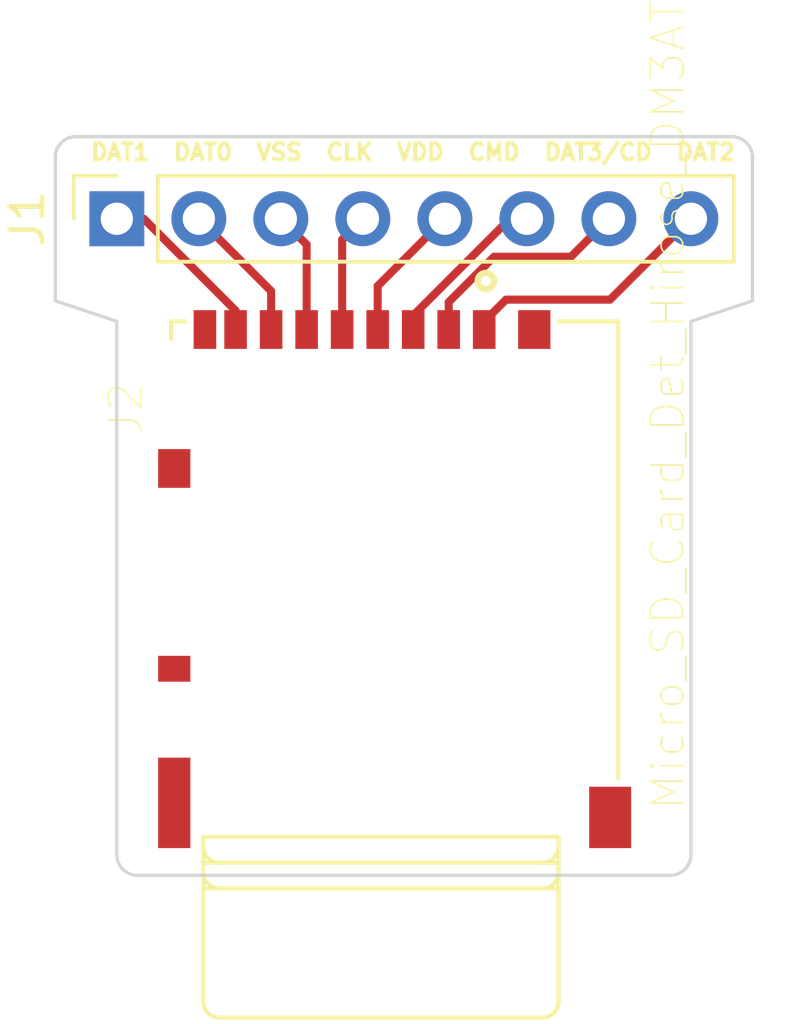
<source format=kicad_pcb>
(kicad_pcb (version 20171130) (host pcbnew 5.0.0-rc2-dev-unknown-9f5316e~63~ubuntu17.10.1)

  (general
    (thickness 1.6)
    (drawings 20)
    (tracks 22)
    (zones 0)
    (modules 2)
    (nets 9)
  )

  (page A4)
  (layers
    (0 F.Cu signal)
    (31 B.Cu signal)
    (32 B.Adhes user)
    (33 F.Adhes user)
    (34 B.Paste user)
    (35 F.Paste user)
    (36 B.SilkS user)
    (37 F.SilkS user)
    (38 B.Mask user)
    (39 F.Mask user)
    (40 Dwgs.User user)
    (41 Cmts.User user)
    (42 Eco1.User user)
    (43 Eco2.User user)
    (44 Edge.Cuts user)
    (45 Margin user)
    (46 B.CrtYd user)
    (47 F.CrtYd user)
    (48 B.Fab user)
    (49 F.Fab user)
  )

  (setup
    (last_trace_width 0.25)
    (trace_clearance 0.2)
    (zone_clearance 0.508)
    (zone_45_only no)
    (trace_min 0.2)
    (segment_width 0.2)
    (edge_width 0.1)
    (via_size 0.8)
    (via_drill 0.4)
    (via_min_size 0.4)
    (via_min_drill 0.3)
    (uvia_size 0.3)
    (uvia_drill 0.1)
    (uvias_allowed no)
    (uvia_min_size 0.2)
    (uvia_min_drill 0.1)
    (pcb_text_width 0.3)
    (pcb_text_size 1.5 1.5)
    (mod_edge_width 0.15)
    (mod_text_size 1 1)
    (mod_text_width 0.15)
    (pad_size 1.5 1.5)
    (pad_drill 0.6)
    (pad_to_mask_clearance 0)
    (aux_axis_origin 0 0)
    (visible_elements FFFFFF7F)
    (pcbplotparams
      (layerselection 0x010fc_ffffffff)
      (usegerberextensions false)
      (usegerberattributes false)
      (usegerberadvancedattributes false)
      (creategerberjobfile false)
      (excludeedgelayer true)
      (linewidth 0.100000)
      (plotframeref false)
      (viasonmask false)
      (mode 1)
      (useauxorigin false)
      (hpglpennumber 1)
      (hpglpenspeed 20)
      (hpglpendiameter 15)
      (psnegative false)
      (psa4output false)
      (plotreference true)
      (plotvalue true)
      (plotinvisibletext false)
      (padsonsilk false)
      (subtractmaskfromsilk false)
      (outputformat 1)
      (mirror false)
      (drillshape 1)
      (scaleselection 1)
      (outputdirectory ""))
  )

  (net 0 "")
  (net 1 "Net-(J1-Pad1)")
  (net 2 "Net-(J1-Pad2)")
  (net 3 "Net-(J1-Pad3)")
  (net 4 "Net-(J1-Pad4)")
  (net 5 "Net-(J1-Pad5)")
  (net 6 "Net-(J1-Pad6)")
  (net 7 "Net-(J1-Pad7)")
  (net 8 "Net-(J1-Pad8)")

  (net_class Default "This is the default net class."
    (clearance 0.2)
    (trace_width 0.25)
    (via_dia 0.8)
    (via_drill 0.4)
    (uvia_dia 0.3)
    (uvia_drill 0.1)
    (add_net "Net-(J1-Pad1)")
    (add_net "Net-(J1-Pad2)")
    (add_net "Net-(J1-Pad3)")
    (add_net "Net-(J1-Pad4)")
    (add_net "Net-(J1-Pad5)")
    (add_net "Net-(J1-Pad6)")
    (add_net "Net-(J1-Pad7)")
    (add_net "Net-(J1-Pad8)")
  )

  (module part:HRS_DM3AT-SF-PEJM5 (layer F.Cu) (tedit 0) (tstamp 5ADE6DFC)
    (at 122.4788 68.834)
    (descr "Micro SD card holder with push-to-eject feature.")
    (path /5ACC7FBB)
    (attr smd)
    (fp_text reference J2 (at -7.90154 2.46515 90) (layer F.SilkS)
      (effects (font (size 1.0021 1.0021) (thickness 0.05)))
    )
    (fp_text value Micro_SD_Card_Det_Hirose_DM3AT (at 8.88715 2.3308 90) (layer F.SilkS)
      (effects (font (size 1.0025 1.0025) (thickness 0.05)))
    )
    (fp_poly (pts (xy -6.81437 0.45) (xy -6.05 0.45) (xy -6.05 3.70782) (xy -6.81437 3.70782)) (layer Dwgs.User) (width 0.381))
    (fp_poly (pts (xy -6.81067 4.9) (xy -6.05 4.9) (xy -6.05 8.51334) (xy -6.81067 8.51334)) (layer Dwgs.User) (width 0.381))
    (fp_poly (pts (xy -5.71083 6.3) (xy -5 6.3) (xy -5 13.9265) (xy -5.71083 13.9265)) (layer Dwgs.User) (width 0.381))
    (fp_poly (pts (xy -5.00974 5) (xy 3.7 5) (xy 3.7 6.61285) (xy -5.00974 6.61285)) (layer Dwgs.User) (width 0.381))
    (fp_poly (pts (xy 3.35392 14.7) (xy 5.9 14.7) (xy 5.9 16.0688) (xy 3.35392 16.0688)) (layer Dwgs.User) (width 0.381))
    (fp_line (start -6.5 -0.25) (end 7.35 -0.25) (layer Dwgs.User) (width 0.127))
    (fp_line (start 7.35 -0.25) (end 7.35 15.7) (layer Dwgs.User) (width 0.127))
    (fp_line (start 7.35 15.7) (end -6.5 15.7) (layer Dwgs.User) (width 0.127))
    (fp_line (start -6.5 15.7) (end -6.5 -0.25) (layer Dwgs.User) (width 0.127))
    (fp_line (start 5.5 16) (end 5.5 16.5) (layer F.SilkS) (width 0.127))
    (fp_line (start 5.5 16.5) (end 5 16.5) (layer F.SilkS) (width 0.127))
    (fp_line (start 5 16.5) (end -5 16.5) (layer F.SilkS) (width 0.127))
    (fp_line (start -5 16.5) (end -5.5 16.5) (layer F.SilkS) (width 0.127))
    (fp_line (start -5.5 16.5) (end -5.5 16) (layer F.SilkS) (width 0.127))
    (fp_line (start 5.5 16.8) (end 5.5 17.3) (layer F.SilkS) (width 0.127))
    (fp_line (start 5.5 17.3) (end 5 17.3) (layer F.SilkS) (width 0.127))
    (fp_line (start 5 17.3) (end -5 17.3) (layer F.SilkS) (width 0.127))
    (fp_line (start -5 17.3) (end -5.5 17.3) (layer F.SilkS) (width 0.127))
    (fp_line (start -5.5 17.3) (end -5.5 16.8) (layer F.SilkS) (width 0.127))
    (fp_line (start -5.5 15.7) (end 5.5 15.7) (layer F.SilkS) (width 0.127))
    (fp_line (start 5 21.3) (end -5 21.3) (layer F.SilkS) (width 0.127))
    (fp_line (start 5.5 15.7) (end 5.5 16) (layer F.SilkS) (width 0.127))
    (fp_arc (start 5 16) (end 5 16.5) (angle -90) (layer F.SilkS) (width 0.127))
    (fp_line (start 5.5 16.5) (end 5.5 16.8) (layer F.SilkS) (width 0.127))
    (fp_arc (start 5 16.8) (end 5 17.3) (angle -90) (layer F.SilkS) (width 0.127))
    (fp_line (start 5.5 17.3) (end 5.5 20.8) (layer F.SilkS) (width 0.127))
    (fp_arc (start 5 20.8) (end 5 21.3) (angle -90) (layer F.SilkS) (width 0.127))
    (fp_line (start -5.5 15.7) (end -5.5 16) (layer F.SilkS) (width 0.127))
    (fp_arc (start -5 16) (end -5 16.5) (angle 90) (layer F.SilkS) (width 0.127))
    (fp_line (start -5.5 16.5) (end -5.5 16.8) (layer F.SilkS) (width 0.127))
    (fp_arc (start -5 16.8) (end -5 17.3) (angle 90) (layer F.SilkS) (width 0.127))
    (fp_line (start -5.5 17.3) (end -5.5 20.8) (layer F.SilkS) (width 0.127))
    (fp_arc (start -5 20.8) (end -5 21.3) (angle 90) (layer F.SilkS) (width 0.127))
    (fp_line (start -6.05 -0.25) (end -6.5 -0.25) (layer F.SilkS) (width 0.127))
    (fp_line (start -6.5 -0.25) (end -6.5 0.3) (layer F.SilkS) (width 0.127))
    (fp_line (start 5.5 -0.25) (end 7.35 -0.25) (layer F.SilkS) (width 0.127))
    (fp_line (start 7.35 -0.25) (end 7.35 13.9) (layer F.SilkS) (width 0.127))
    (fp_line (start -7.25 -1) (end 8.125 -1) (layer Dwgs.User) (width 0.05))
    (fp_line (start 8.125 -1) (end 8.125 16.3) (layer Dwgs.User) (width 0.05))
    (fp_line (start 8.125 16.3) (end 5.75 16.3) (layer Dwgs.User) (width 0.05))
    (fp_line (start 5.75 16.3) (end 5.75 21.5) (layer Dwgs.User) (width 0.05))
    (fp_line (start 5.75 21.5) (end -5.75 21.5) (layer Dwgs.User) (width 0.05))
    (fp_line (start -5.75 21.5) (end -5.75 16.3) (layer Dwgs.User) (width 0.05))
    (fp_line (start -5.75 16.3) (end -7.25 16.3) (layer Dwgs.User) (width 0.05))
    (fp_line (start -7.25 16.3) (end -7.25 -1) (layer Dwgs.User) (width 0.05))
    (fp_circle (center 3.25 -1.5) (end 3.5 -1.5) (layer F.SilkS) (width 0.2))
    (pad 1 smd rect (at 3.2 0) (size 0.7 1.2) (layers F.Cu F.Paste F.Mask)
      (net 8 "Net-(J1-Pad8)"))
    (pad 2 smd rect (at 2.1 0) (size 0.7 1.2) (layers F.Cu F.Paste F.Mask)
      (net 7 "Net-(J1-Pad7)"))
    (pad 3 smd rect (at 1 0) (size 0.7 1.2) (layers F.Cu F.Paste F.Mask)
      (net 6 "Net-(J1-Pad6)"))
    (pad 4 smd rect (at -0.1 0) (size 0.7 1.2) (layers F.Cu F.Paste F.Mask)
      (net 5 "Net-(J1-Pad5)"))
    (pad 5 smd rect (at -1.2 0) (size 0.7 1.2) (layers F.Cu F.Paste F.Mask)
      (net 4 "Net-(J1-Pad4)"))
    (pad 6 smd rect (at -2.3 0) (size 0.7 1.2) (layers F.Cu F.Paste F.Mask)
      (net 3 "Net-(J1-Pad3)"))
    (pad 7 smd rect (at -3.4 0) (size 0.7 1.2) (layers F.Cu F.Paste F.Mask)
      (net 2 "Net-(J1-Pad2)"))
    (pad 8 smd rect (at -4.5 0) (size 0.7 1.2) (layers F.Cu F.Paste F.Mask)
      (net 1 "Net-(J1-Pad1)"))
    (pad SWB smd rect (at -5.45 0) (size 0.7 1.2) (layers F.Cu F.Paste F.Mask))
    (pad P4 smd rect (at 4.75 0) (size 1 1.2) (layers F.Cu F.Paste F.Mask))
    (pad P1 smd rect (at -6.4 4.3) (size 1 1.2) (layers F.Cu F.Paste F.Mask))
    (pad SWA smd rect (at -6.4 10.5) (size 1 0.8) (layers F.Cu F.Paste F.Mask))
    (pad P2 smd rect (at -6.4 14.65) (size 1 2.8) (layers F.Cu F.Paste F.Mask))
    (pad P3 smd rect (at 7.1 15.1) (size 1.3 1.9) (layers F.Cu F.Paste F.Mask))
  )

  (module Connector_PinSocket_2.54mm:PinSocket_1x08_P2.54mm_Vertical (layer F.Cu) (tedit 5A19A420) (tstamp 5ADE6A99)
    (at 114.3 65.405 90)
    (descr "Through hole straight socket strip, 1x08, 2.54mm pitch, single row (from Kicad 4.0.7), script generated")
    (tags "Through hole socket strip THT 1x08 2.54mm single row")
    (path /5ACC88C4)
    (fp_text reference J1 (at 0 -2.77 90) (layer F.SilkS)
      (effects (font (size 1 1) (thickness 0.15)))
    )
    (fp_text value Conn_01x08 (at 0 20.55 90) (layer F.Fab)
      (effects (font (size 1 1) (thickness 0.15)))
    )
    (fp_line (start -1.27 -1.27) (end 0.635 -1.27) (layer F.Fab) (width 0.1))
    (fp_line (start 0.635 -1.27) (end 1.27 -0.635) (layer F.Fab) (width 0.1))
    (fp_line (start 1.27 -0.635) (end 1.27 19.05) (layer F.Fab) (width 0.1))
    (fp_line (start 1.27 19.05) (end -1.27 19.05) (layer F.Fab) (width 0.1))
    (fp_line (start -1.27 19.05) (end -1.27 -1.27) (layer F.Fab) (width 0.1))
    (fp_line (start -1.33 1.27) (end 1.33 1.27) (layer F.SilkS) (width 0.12))
    (fp_line (start -1.33 1.27) (end -1.33 19.11) (layer F.SilkS) (width 0.12))
    (fp_line (start -1.33 19.11) (end 1.33 19.11) (layer F.SilkS) (width 0.12))
    (fp_line (start 1.33 1.27) (end 1.33 19.11) (layer F.SilkS) (width 0.12))
    (fp_line (start 1.33 -1.33) (end 1.33 0) (layer F.SilkS) (width 0.12))
    (fp_line (start 0 -1.33) (end 1.33 -1.33) (layer F.SilkS) (width 0.12))
    (fp_line (start -1.8 -1.8) (end 1.75 -1.8) (layer F.CrtYd) (width 0.05))
    (fp_line (start 1.75 -1.8) (end 1.75 19.55) (layer F.CrtYd) (width 0.05))
    (fp_line (start 1.75 19.55) (end -1.8 19.55) (layer F.CrtYd) (width 0.05))
    (fp_line (start -1.8 19.55) (end -1.8 -1.8) (layer F.CrtYd) (width 0.05))
    (fp_text user %R (at 0 8.89 180) (layer F.Fab)
      (effects (font (size 1 1) (thickness 0.15)))
    )
    (pad 1 thru_hole rect (at 0 0 90) (size 1.7 1.7) (drill 1) (layers *.Cu *.Mask)
      (net 1 "Net-(J1-Pad1)"))
    (pad 2 thru_hole oval (at 0 2.54 90) (size 1.7 1.7) (drill 1) (layers *.Cu *.Mask)
      (net 2 "Net-(J1-Pad2)"))
    (pad 3 thru_hole oval (at 0 5.08 90) (size 1.7 1.7) (drill 1) (layers *.Cu *.Mask)
      (net 3 "Net-(J1-Pad3)"))
    (pad 4 thru_hole oval (at 0 7.62 90) (size 1.7 1.7) (drill 1) (layers *.Cu *.Mask)
      (net 4 "Net-(J1-Pad4)"))
    (pad 5 thru_hole oval (at 0 10.16 90) (size 1.7 1.7) (drill 1) (layers *.Cu *.Mask)
      (net 5 "Net-(J1-Pad5)"))
    (pad 6 thru_hole oval (at 0 12.7 90) (size 1.7 1.7) (drill 1) (layers *.Cu *.Mask)
      (net 6 "Net-(J1-Pad6)"))
    (pad 7 thru_hole oval (at 0 15.24 90) (size 1.7 1.7) (drill 1) (layers *.Cu *.Mask)
      (net 7 "Net-(J1-Pad7)"))
    (pad 8 thru_hole oval (at 0 17.78 90) (size 1.7 1.7) (drill 1) (layers *.Cu *.Mask)
      (net 8 "Net-(J1-Pad8)"))
    (model ${KISYS3DMOD}/Connector_PinSocket_2.54mm.3dshapes/PinSocket_1x08_P2.54mm_Vertical.wrl
      (at (xyz 0 0 0))
      (scale (xyz 1 1 1))
      (rotate (xyz 0 0 0))
    )
  )

  (gr_arc (start 114.935 85.09) (end 114.3 85.09) (angle -90) (layer Edge.Cuts) (width 0.1) (tstamp 5ADE6B69))
  (gr_arc (start 131.445 85.09) (end 131.445 85.725) (angle -90) (layer Edge.Cuts) (width 0.1) (tstamp 5ADE6B64))
  (gr_line (start 114.3 68.58) (end 114.3 85.09) (layer Edge.Cuts) (width 0.1))
  (gr_line (start 132.08 68.58) (end 132.08 85.09) (layer Edge.Cuts) (width 0.1))
  (gr_line (start 133.985 67.945) (end 132.08 68.58) (layer Edge.Cuts) (width 0.1))
  (gr_line (start 112.395 67.945) (end 114.3 68.58) (layer Edge.Cuts) (width 0.1))
  (gr_arc (start 133.35 63.5) (end 133.985 63.5) (angle -90) (layer Edge.Cuts) (width 0.1))
  (gr_arc (start 113.03 63.5) (end 113.03 62.865) (angle -90) (layer Edge.Cuts) (width 0.1))
  (gr_line (start 112.395 67.945) (end 112.395 63.5) (layer Edge.Cuts) (width 0.1))
  (gr_line (start 131.445 85.725) (end 114.935 85.725) (layer Edge.Cuts) (width 0.1))
  (gr_line (start 133.985 63.5) (end 133.985 67.945) (layer Edge.Cuts) (width 0.1))
  (gr_line (start 113.03 62.865) (end 133.35 62.865) (layer Edge.Cuts) (width 0.1))
  (gr_text DAT2 (at 132.5372 63.3476) (layer F.SilkS)
    (effects (font (size 0.5 0.5) (thickness 0.125)))
  )
  (gr_text DAT3/CD (at 129.208303 63.3476) (layer F.SilkS)
    (effects (font (size 0.5 0.5) (thickness 0.125)))
  )
  (gr_text CMD (at 125.98655 63.3476) (layer F.SilkS)
    (effects (font (size 0.5 0.5) (thickness 0.125)))
  )
  (gr_text VDD (at 123.705274 63.3476) (layer F.SilkS)
    (effects (font (size 0.5 0.5) (thickness 0.125)))
  )
  (gr_text CLK (at 121.507332 63.3476) (layer F.SilkS)
    (effects (font (size 0.5 0.5) (thickness 0.125)))
  )
  (gr_text VSS (at 119.333199 63.3476) (layer F.SilkS)
    (effects (font (size 0.5 0.5) (thickness 0.125)))
  )
  (gr_text "DAT0\n" (at 116.96859 63.3476) (layer F.SilkS)
    (effects (font (size 0.5 0.5) (thickness 0.125)))
  )
  (gr_text "DAT1\n" (at 114.4016 63.3476) (layer F.SilkS)
    (effects (font (size 0.5 0.5) (thickness 0.125)))
  )

  (segment (start 119.0788 67.6438) (end 116.84 65.405) (width 0.25) (layer F.Cu) (net 2))
  (segment (start 119.0788 68.834) (end 119.0788 67.6438) (width 0.25) (layer F.Cu) (net 2))
  (segment (start 120.1788 66.2038) (end 119.38 65.405) (width 0.25) (layer F.Cu) (net 3))
  (segment (start 120.1788 68.834) (end 120.1788 66.2038) (width 0.25) (layer F.Cu) (net 3))
  (segment (start 121.2788 66.0462) (end 121.92 65.405) (width 0.25) (layer F.Cu) (net 4))
  (segment (start 121.2788 68.834) (end 121.2788 66.0462) (width 0.25) (layer F.Cu) (net 4))
  (segment (start 122.3788 67.4862) (end 124.46 65.405) (width 0.25) (layer F.Cu) (net 5))
  (segment (start 122.3788 68.834) (end 122.3788 67.4862) (width 0.25) (layer F.Cu) (net 5))
  (segment (start 123.4788 68.398998) (end 126.472798 65.405) (width 0.25) (layer F.Cu) (net 6))
  (segment (start 126.472798 65.405) (end 127 65.405) (width 0.25) (layer F.Cu) (net 6))
  (segment (start 123.4788 68.834) (end 123.4788 68.398998) (width 0.25) (layer F.Cu) (net 6))
  (segment (start 124.5788 67.984) (end 124.5788 68.834) (width 0.25) (layer F.Cu) (net 7))
  (segment (start 125.982799 66.580001) (end 124.5788 67.984) (width 0.25) (layer F.Cu) (net 7))
  (segment (start 128.364999 66.580001) (end 125.982799 66.580001) (width 0.25) (layer F.Cu) (net 7))
  (segment (start 129.54 65.405) (end 128.364999 66.580001) (width 0.25) (layer F.Cu) (net 7))
  (segment (start 126.353801 67.908999) (end 125.6788 68.584) (width 0.25) (layer F.Cu) (net 8))
  (segment (start 129.576001 67.908999) (end 126.353801 67.908999) (width 0.25) (layer F.Cu) (net 8))
  (segment (start 125.6788 68.584) (end 125.6788 68.834) (width 0.25) (layer F.Cu) (net 8))
  (segment (start 132.08 65.405) (end 129.576001 67.908999) (width 0.25) (layer F.Cu) (net 8))
  (segment (start 115.134802 65.405) (end 114.3 65.405) (width 0.25) (layer F.Cu) (net 1))
  (segment (start 117.9788 68.248998) (end 115.134802 65.405) (width 0.25) (layer F.Cu) (net 1))
  (segment (start 117.9788 68.834) (end 117.9788 68.248998) (width 0.25) (layer F.Cu) (net 1))

)

</source>
